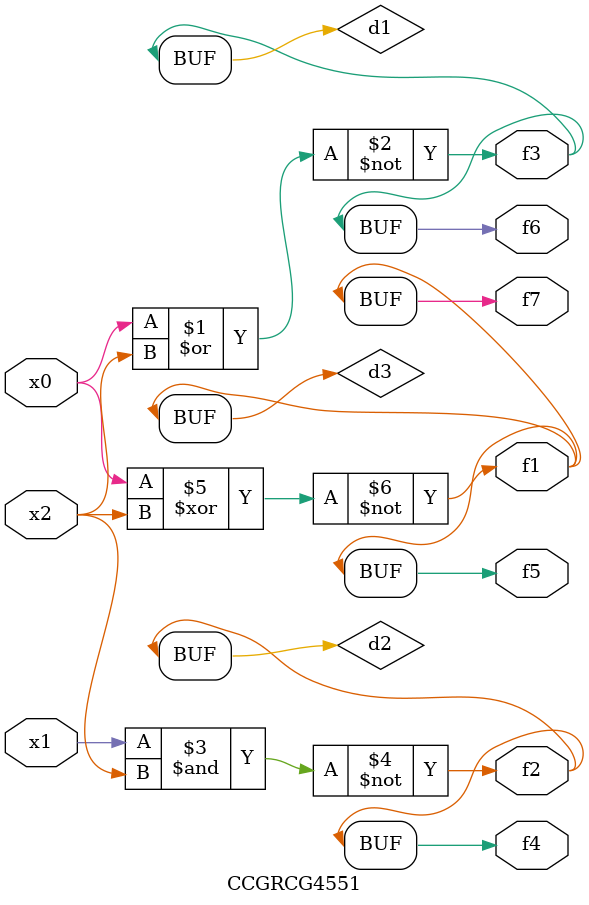
<source format=v>
module CCGRCG4551(
	input x0, x1, x2,
	output f1, f2, f3, f4, f5, f6, f7
);

	wire d1, d2, d3;

	nor (d1, x0, x2);
	nand (d2, x1, x2);
	xnor (d3, x0, x2);
	assign f1 = d3;
	assign f2 = d2;
	assign f3 = d1;
	assign f4 = d2;
	assign f5 = d3;
	assign f6 = d1;
	assign f7 = d3;
endmodule

</source>
